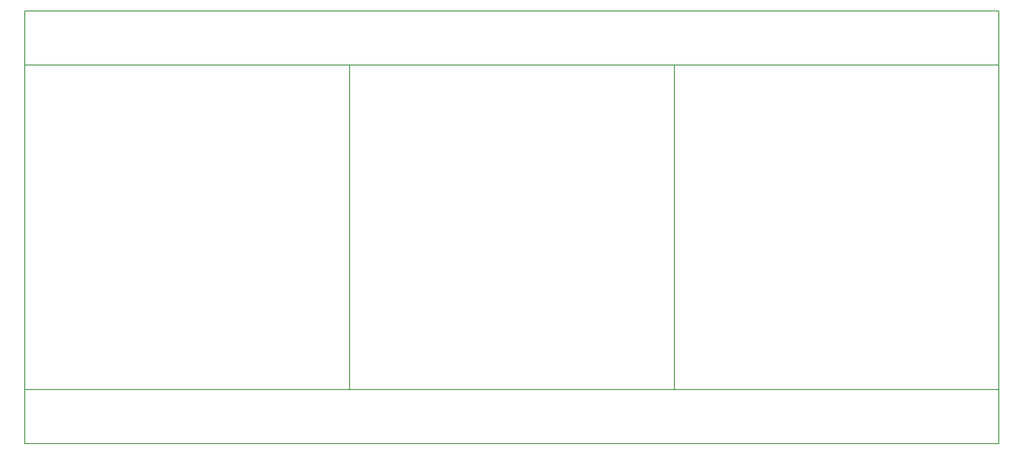
<source format=gbr>
G04 CAM350 V9.5.1 (Build 211) Date:  Fri Sep 21 11:09:19 2018 *
G04 Database: E:\9ÔÂ\9.21\PB18689\PB18689.cam *
G04 Layer 8: OUTLINE *
%FSLAX33Y33*%
%MOMM*%
%SFA1.000B1.000*%

%MIA0B0*%
%IPPOS*%
%ADD11C,0.20000*%
%LNOUTLINE*%
%LPD*%
G54D11*
X25400Y25400D02*
G01X85400D01*
Y85400*
X25400*
Y25400*
X85400D02*
G01X145400D01*
Y85400*
X85400*
Y25400*
X145400D02*
G01X205400D01*
Y85400*
X145400*
Y25400*
X25400D02*
G01X205400D01*
Y15400*
X25400*
Y25400*
X205400Y85400D02*
G01X25400D01*
Y95400*
X205400*
Y85400*
M02*

</source>
